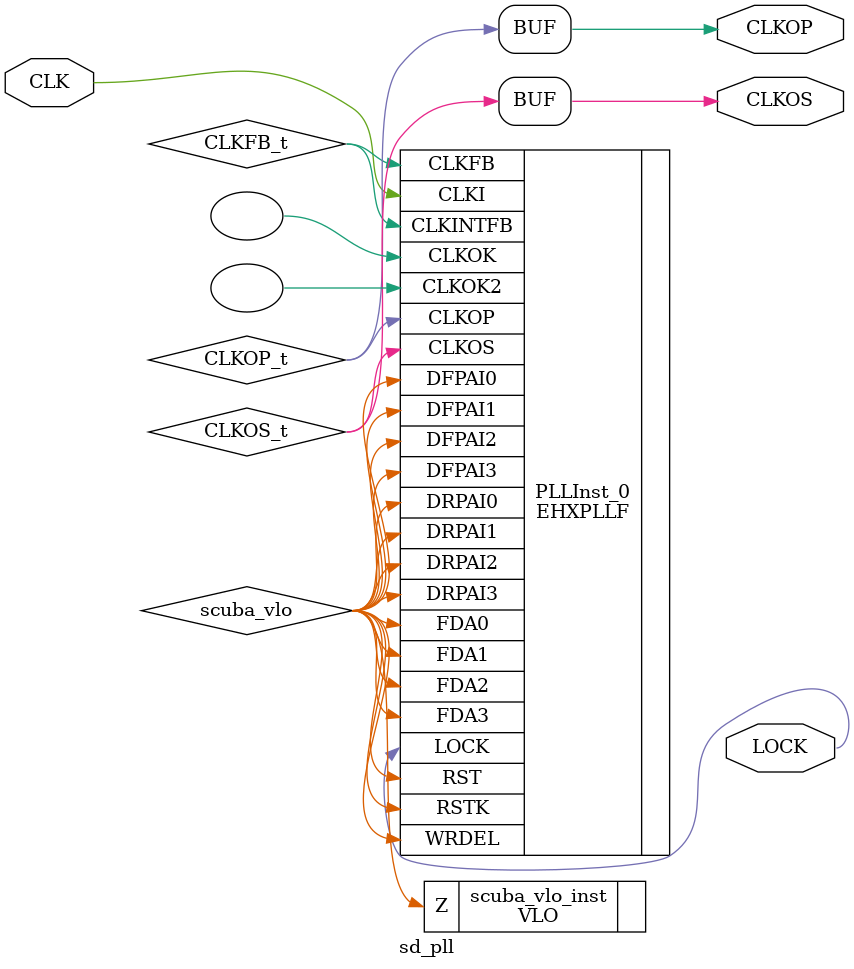
<source format=v>
/* Verilog netlist generated by SCUBA Diamond_1.3_Production (92) */
/* Module Version: 5.2 */
/* C:\lscc\diamond\1.3\ispfpga\bin\nt\scuba.exe -w -n sd_pll -lang verilog -synth synplify -arch ep5c00 -type pll -fin 27 -phase_cntl STATIC -bypasss -fclkop 270 -fclkop_tol 0.0 -fb_mode INTERNAL -phaseadj 0.0 -duty 8 -noclkok -norst -noclkok2 -e  */
/* Mon Nov 28 09:49:43 2011 */


`timescale 1 ns / 1 ps
module sd_pll (CLK, CLKOP, CLKOS, LOCK)/* synthesis syn_noprune=1 */;// exemplar attribute sd_pll dont_touch true 
    input wire CLK;
    output wire CLKOP;
    output wire CLKOS;
    output wire LOCK;

    wire CLKOS_t;
    wire CLKOP_t;
    wire CLKFB_t;
    wire scuba_vlo;

    VLO scuba_vlo_inst (.Z(scuba_vlo));

    defparam PLLInst_0.FEEDBK_PATH = "INTERNAL" ;
    defparam PLLInst_0.CLKOK_BYPASS = "DISABLED" ;
    defparam PLLInst_0.CLKOS_BYPASS = "ENABLED" ;
    defparam PLLInst_0.CLKOP_BYPASS = "DISABLED" ;
    defparam PLLInst_0.CLKOK_INPUT = "CLKOP" ;
    defparam PLLInst_0.DELAY_PWD = "DISABLED" ;
    defparam PLLInst_0.DELAY_VAL = 0 ;
    defparam PLLInst_0.CLKOS_TRIM_DELAY = 0 ;
    defparam PLLInst_0.CLKOS_TRIM_POL = "RISING" ;
    defparam PLLInst_0.CLKOP_TRIM_DELAY = 0 ;
    defparam PLLInst_0.CLKOP_TRIM_POL = "RISING" ;
    defparam PLLInst_0.PHASE_DELAY_CNTL = "STATIC" ;
    defparam PLLInst_0.DUTY = 8 ;
    defparam PLLInst_0.PHASEADJ = "0.0" ;
    defparam PLLInst_0.CLKOK_DIV = 2 ;
    defparam PLLInst_0.CLKOP_DIV = 2 ;
    defparam PLLInst_0.CLKFB_DIV = 10 ;
    defparam PLLInst_0.CLKI_DIV = 1 ;
    defparam PLLInst_0.FIN = "27.000000" ;
    EHXPLLF PLLInst_0 (.CLKI(CLK), .CLKFB(CLKFB_t), .RST(scuba_vlo), .RSTK(scuba_vlo), 
        .WRDEL(scuba_vlo), .DRPAI3(scuba_vlo), .DRPAI2(scuba_vlo), .DRPAI1(scuba_vlo), 
        .DRPAI0(scuba_vlo), .DFPAI3(scuba_vlo), .DFPAI2(scuba_vlo), .DFPAI1(scuba_vlo), 
        .DFPAI0(scuba_vlo), .FDA3(scuba_vlo), .FDA2(scuba_vlo), .FDA1(scuba_vlo), 
        .FDA0(scuba_vlo), .CLKOP(CLKOP_t), .CLKOS(CLKOS_t), .CLKOK(), .CLKOK2(), 
        .LOCK(LOCK), .CLKINTFB(CLKFB_t))
             /* synthesis FREQUENCY_PIN_CLKOS="27.000000" */
             /* synthesis FREQUENCY_PIN_CLKOP="270.000000" */
             /* synthesis FREQUENCY_PIN_CLKI="27.000000" */
             /* synthesis FREQUENCY_PIN_CLKOK="50.000000" */;

    assign CLKOS = CLKOS_t;
    assign CLKOP = CLKOP_t;


    // exemplar begin
    // exemplar attribute PLLInst_0 FREQUENCY_PIN_CLKOS 27.000000
    // exemplar attribute PLLInst_0 FREQUENCY_PIN_CLKOP 270.000000
    // exemplar attribute PLLInst_0 FREQUENCY_PIN_CLKI 27.000000
    // exemplar attribute PLLInst_0 FREQUENCY_PIN_CLKOK 50.000000
    // exemplar end

endmodule

</source>
